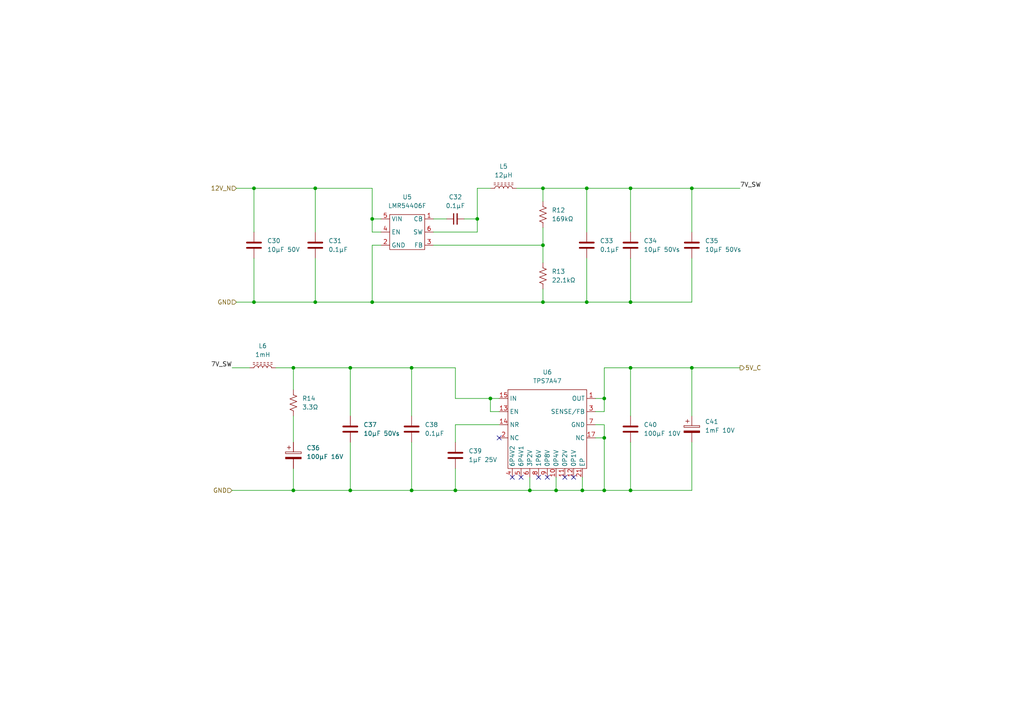
<source format=kicad_sch>
(kicad_sch (version 20231120) (generator "eeschema") (generator_version "8.0")
  (paper "A4")
  (lib_symbols
    (symbol "BW_Active:LMR54406"
      (property "Reference" "U" (at 0 8.382 0))
      (property "Value" "LMR54406" (at 0 6.35 0))
      (symbol "LMR54406_0_0"
        (pin passive line (at 7.62 3.81 180) (length 2.54) (name "CB") (number "1"))
        (pin power_in line (at -7.62 -3.81 0) (length 2.54) (name "GND") (number "2"))
        (pin passive line (at 7.62 -3.81 180) (length 2.54) (name "FB") (number "3"))
        (pin input line (at -7.62 0 0) (length 2.54) (name "EN") (number "4"))
        (pin power_in line (at -7.62 3.81 0) (length 2.54) (name "VIN") (number "5"))
        (pin passive line (at 7.62 0 180) (length 2.54) (name "SW") (number "6"))
      )
      (symbol "LMR54406_0_1"
        (polyline (pts (xy -5.08 5.08) (xy -5.08 -5.08) (xy 5.08 -5.08) (xy 5.08 5.08) (xy -5.08 5.08)))
      )
    )
    (symbol "BW_Active:TPS7A47"
      (property "Reference" "U" (at 0 14.732 0))
      (property "Value" "TPS7A47" (at 0 12.7 0))
      (symbol "TPS7A47_0_0"
        (pin power_out line (at 13.97 8.89 180) (length 2.54) (name "OUT") (number "1"))
        (pin passive line (at 2.54 -13.97 90) (length 2.54) (name "0P4V") (number "10"))
        (pin passive line (at 5.08 -13.97 90) (length 2.54) (name "0P2V") (number "11"))
        (pin passive line (at 7.62 -13.97 90) (length 2.54) (name "0P1V") (number "12"))
        (pin input line (at -13.97 5.08 0) (length 2.54) (name "EN") (number "13"))
        (pin passive line (at -13.97 1.27 0) (length 2.54) (name "NR") (number "14"))
        (pin power_in line (at -13.97 8.89 0) (length 2.54) (name "IN") (number "15"))
        (pin passive line (at -13.97 8.89 0) (length 2.54) hide (name "IN") (number "16"))
        (pin free line (at 13.97 -2.54 180) (length 2.54) (name "NC") (number "17"))
        (pin free line (at 13.97 -2.54 180) (length 2.54) hide (name "NC") (number "18"))
        (pin free line (at 13.97 -2.54 180) (length 2.54) hide (name "NC") (number "19"))
        (pin free line (at -13.97 -2.54 0) (length 2.54) (name "NC") (number "2"))
        (pin passive line (at 13.97 8.89 180) (length 2.54) hide (name "OUT") (number "20"))
        (pin passive line (at 10.16 -13.97 90) (length 2.54) (name "EP") (number "21"))
        (pin passive line (at 13.97 5.08 180) (length 2.54) (name "SENSE/FB") (number "3"))
        (pin passive line (at -10.16 -13.97 90) (length 2.54) (name "6P4V2") (number "4"))
        (pin passive line (at -7.62 -13.97 90) (length 2.54) (name "6P4V1") (number "5"))
        (pin passive line (at -5.08 -13.97 90) (length 2.54) (name "3P2V") (number "6"))
        (pin passive line (at 13.97 1.27 180) (length 2.54) (name "GND") (number "7"))
        (pin passive line (at -2.54 -13.97 90) (length 2.54) (name "1P6V") (number "8"))
        (pin passive line (at 0 -13.97 90) (length 2.54) (name "0P8V") (number "9"))
      )
      (symbol "TPS7A47_0_1"
        (polyline (pts (xy -11.43 11.43) (xy -11.43 -11.43) (xy 11.43 -11.43) (xy 11.43 11.43) (xy -11.43 11.43)))
      )
    )
    (symbol "Device:C" (pin_numbers hide) (pin_names (offset 0.254))
      (property "Reference" "C" (at 0.635 2.54 0))
      (property "Value" "C" (at 0.635 -2.54 0))
      (symbol "C_0_1"
        (polyline (pts (xy -2.032 -0.762) (xy 2.032 -0.762)) (stroke (width 0.508)))
        (polyline (pts (xy -2.032 0.762) (xy 2.032 0.762)) (stroke (width 0.508)))
      )
      (symbol "C_1_1"
        (pin passive line (at 0 3.81 270) (length 2.794) (name "~") (number "1"))
        (pin passive line (at 0 -3.81 90) (length 2.794) (name "~") (number "2"))
      )
    )
    (symbol "Device:C_Polarized" (pin_numbers hide) (pin_names (offset 0.254))
      (property "Reference" "C" (at 0.635 2.54 0))
      (property "Value" "C_Polarized" (at 0.635 -2.54 0))
      (symbol "C_Polarized_0_1"
        (rectangle (start -2.286 0.508) (end 2.286 1.016))
        (polyline (pts (xy -1.778 2.286) (xy -0.762 2.286)))
        (polyline (pts (xy -1.27 2.794) (xy -1.27 1.778)))
        (rectangle (start 2.286 -0.508) (end -2.286 -1.016) (fill (type outline)))
      )
      (symbol "C_Polarized_1_1"
        (pin passive line (at 0 3.81 270) (length 2.794) (name "~") (number "1"))
        (pin passive line (at 0 -3.81 90) (length 2.794) (name "~") (number "2"))
      )
    )
    (symbol "Device:C_Small" (pin_numbers hide) (pin_names (offset 0.254) hide)
      (property "Reference" "C" (at 0.254 1.778 0))
      (property "Value" "C_Small" (at 0.254 -2.032 0))
      (symbol "C_Small_0_1"
        (polyline (pts (xy -1.524 -0.508) (xy 1.524 -0.508)) (stroke (width 0.3302)))
        (polyline (pts (xy -1.524 0.508) (xy 1.524 0.508)) (stroke (width 0.3048)))
      )
      (symbol "C_Small_1_1"
        (pin passive line (at 0 2.54 270) (length 2.032) (name "~") (number "1"))
        (pin passive line (at 0 -2.54 90) (length 2.032) (name "~") (number "2"))
      )
    )
    (symbol "Device:L_Ferrite" (pin_numbers hide) (pin_names (offset 1.016) hide)
      (property "Reference" "L" (at -1.27 0 90))
      (property "Value" "L_Ferrite" (at 2.794 0 90))
      (symbol "L_Ferrite_0_1"
        (arc (start 0 -2.54) (mid 0.6323 -1.905) (end 0 -1.27))
        (arc (start 0 -1.27) (mid 0.6323 -0.635) (end 0 0))
        (polyline (pts (xy 1.016 -2.794) (xy 1.016 -2.286)))
        (polyline (pts (xy 1.016 -1.778) (xy 1.016 -1.27)))
        (polyline (pts (xy 1.016 -0.762) (xy 1.016 -0.254)))
        (polyline (pts (xy 1.016 0.254) (xy 1.016 0.762)))
        (polyline (pts (xy 1.016 1.27) (xy 1.016 1.778)))
        (polyline (pts (xy 1.016 2.286) (xy 1.016 2.794)))
        (polyline (pts (xy 1.524 -2.286) (xy 1.524 -2.794)))
        (polyline (pts (xy 1.524 -1.27) (xy 1.524 -1.778)))
        (polyline (pts (xy 1.524 -0.254) (xy 1.524 -0.762)))
        (polyline (pts (xy 1.524 0.762) (xy 1.524 0.254)))
        (polyline (pts (xy 1.524 1.778) (xy 1.524 1.27)))
        (polyline (pts (xy 1.524 2.794) (xy 1.524 2.286)))
        (arc (start 0 0) (mid 0.6323 0.635) (end 0 1.27))
        (arc (start 0 1.27) (mid 0.6323 1.905) (end 0 2.54))
      )
      (symbol "L_Ferrite_1_1"
        (pin passive line (at 0 3.81 270) (length 1.27) (name "1") (number "1"))
        (pin passive line (at 0 -3.81 90) (length 1.27) (name "2") (number "2"))
      )
    )
    (symbol "Device:R_US" (pin_numbers hide) (pin_names (offset 0))
      (property "Reference" "R" (at 2.54 0 90))
      (property "Value" "R_US" (at -2.54 0 90))
      (symbol "R_US_0_1"
        (polyline (pts (xy 0 -2.286) (xy 0 -2.54)))
        (polyline (pts (xy 0 2.286) (xy 0 2.54)))
        (polyline (pts (xy 0 -0.762) (xy 1.016 -1.143) (xy 0 -1.524) (xy -1.016 -1.905) (xy 0 -2.286)))
        (polyline (pts (xy 0 0.762) (xy 1.016 0.381) (xy 0 0) (xy -1.016 -0.381) (xy 0 -0.762)))
        (polyline (pts (xy 0 2.286) (xy 1.016 1.905) (xy 0 1.524) (xy -1.016 1.143) (xy 0 0.762)))
      )
      (symbol "R_US_1_1"
        (pin passive line (at 0 3.81 270) (length 1.27) (name "~") (number "1"))
        (pin passive line (at 0 -3.81 90) (length 1.27) (name "~") (number "2"))
      )
    )
  )
  (junction (at 107.95 63.5))
  (junction (at 175.26 115.57))
  (junction (at 170.18 54.61))
  (junction (at 200.66 106.68))
  (junction (at 182.88 54.61))
  (junction (at 101.6 106.68))
  (junction (at 170.18 87.63))
  (junction (at 168.91 142.24))
  (junction (at 175.26 142.24))
  (junction (at 91.44 87.63))
  (junction (at 182.88 87.63))
  (junction (at 153.67 142.24))
  (junction (at 73.66 87.63))
  (junction (at 200.66 54.61))
  (junction (at 119.38 142.24))
  (junction (at 182.88 142.24))
  (junction (at 107.95 87.63))
  (junction (at 142.24 115.57))
  (junction (at 119.38 106.68))
  (junction (at 132.08 142.24))
  (junction (at 157.48 54.61))
  (junction (at 157.48 71.12))
  (junction (at 85.09 142.24))
  (junction (at 182.88 106.68))
  (junction (at 85.09 106.68))
  (junction (at 161.29 142.24))
  (junction (at 101.6 142.24))
  (junction (at 157.48 87.63))
  (junction (at 138.43 63.5))
  (junction (at 73.66 54.61))
  (junction (at 91.44 54.61))
  (junction (at 175.26 127))
  (no_connect (at 144.78 127))
  (no_connect (at 158.75 138.43))
  (no_connect (at 151.13 138.43))
  (no_connect (at 166.37 138.43))
  (no_connect (at 156.21 138.43))
  (no_connect (at 148.59 138.43))
  (no_connect (at 163.83 138.43))
  (wire (pts (xy 91.44 54.61) (xy 107.95 54.61)))
  (wire (pts (xy 101.6 106.68) (xy 101.6 120.65)))
  (wire (pts (xy 153.67 138.43) (xy 153.67 142.24)))
  (wire (pts (xy 182.88 54.61) (xy 182.88 67.31)))
  (wire (pts (xy 101.6 128.27) (xy 101.6 142.24)))
  (wire (pts (xy 175.26 127) (xy 175.26 142.24)))
  (wire (pts (xy 107.95 87.63) (xy 91.44 87.63)))
  (wire (pts (xy 132.08 142.24) (xy 153.67 142.24)))
  (wire (pts (xy 67.31 142.24) (xy 85.09 142.24)))
  (wire (pts (xy 200.66 128.27) (xy 200.66 142.24)))
  (wire (pts (xy 182.88 54.61) (xy 200.66 54.61)))
  (wire (pts (xy 142.24 115.57) (xy 132.08 115.57)))
  (wire (pts (xy 157.48 58.42) (xy 157.48 54.61)))
  (wire (pts (xy 200.66 106.68) (xy 182.88 106.68)))
  (wire (pts (xy 144.78 123.19) (xy 132.08 123.19)))
  (wire (pts (xy 170.18 74.93) (xy 170.18 87.63)))
  (wire (pts (xy 110.49 67.31) (xy 107.95 67.31)))
  (wire (pts (xy 107.95 54.61) (xy 107.95 63.5)))
  (wire (pts (xy 73.66 54.61) (xy 73.66 67.31)))
  (wire (pts (xy 170.18 54.61) (xy 157.48 54.61)))
  (wire (pts (xy 200.66 67.31) (xy 200.66 54.61)))
  (wire (pts (xy 200.66 87.63) (xy 182.88 87.63)))
  (wire (pts (xy 182.88 106.68) (xy 175.26 106.68)))
  (wire (pts (xy 73.66 74.93) (xy 73.66 87.63)))
  (wire (pts (xy 101.6 106.68) (xy 119.38 106.68)))
  (wire (pts (xy 107.95 67.31) (xy 107.95 63.5)))
  (wire (pts (xy 200.66 74.93) (xy 200.66 87.63)))
  (wire (pts (xy 182.88 74.93) (xy 182.88 87.63)))
  (wire (pts (xy 182.88 54.61) (xy 170.18 54.61)))
  (wire (pts (xy 161.29 142.24) (xy 168.91 142.24)))
  (wire (pts (xy 125.73 67.31) (xy 138.43 67.31)))
  (wire (pts (xy 91.44 87.63) (xy 73.66 87.63)))
  (wire (pts (xy 125.73 71.12) (xy 157.48 71.12)))
  (wire (pts (xy 132.08 135.89) (xy 132.08 142.24)))
  (wire (pts (xy 161.29 138.43) (xy 161.29 142.24)))
  (wire (pts (xy 132.08 115.57) (xy 132.08 106.68)))
  (wire (pts (xy 170.18 67.31) (xy 170.18 54.61)))
  (wire (pts (xy 68.58 54.61) (xy 73.66 54.61)))
  (wire (pts (xy 85.09 106.68) (xy 101.6 106.68)))
  (wire (pts (xy 157.48 71.12) (xy 157.48 66.04)))
  (wire (pts (xy 175.26 106.68) (xy 175.26 115.57)))
  (wire (pts (xy 132.08 106.68) (xy 119.38 106.68)))
  (wire (pts (xy 119.38 128.27) (xy 119.38 142.24)))
  (wire (pts (xy 157.48 87.63) (xy 107.95 87.63)))
  (wire (pts (xy 85.09 135.89) (xy 85.09 142.24)))
  (wire (pts (xy 153.67 142.24) (xy 161.29 142.24)))
  (wire (pts (xy 91.44 54.61) (xy 91.44 67.31)))
  (wire (pts (xy 73.66 54.61) (xy 91.44 54.61)))
  (wire (pts (xy 91.44 74.93) (xy 91.44 87.63)))
  (wire (pts (xy 168.91 138.43) (xy 168.91 142.24)))
  (wire (pts (xy 138.43 67.31) (xy 138.43 63.5)))
  (wire (pts (xy 182.88 128.27) (xy 182.88 142.24)))
  (wire (pts (xy 144.78 115.57) (xy 142.24 115.57)))
  (wire (pts (xy 175.26 119.38) (xy 175.26 115.57)))
  (wire (pts (xy 157.48 71.12) (xy 157.48 76.2)))
  (wire (pts (xy 142.24 115.57) (xy 142.24 119.38)))
  (wire (pts (xy 144.78 119.38) (xy 142.24 119.38)))
  (wire (pts (xy 80.01 106.68) (xy 85.09 106.68)))
  (wire (pts (xy 175.26 142.24) (xy 168.91 142.24)))
  (wire (pts (xy 67.31 106.68) (xy 72.39 106.68)))
  (wire (pts (xy 85.09 120.65) (xy 85.09 128.27)))
  (wire (pts (xy 119.38 142.24) (xy 101.6 142.24)))
  (wire (pts (xy 134.62 63.5) (xy 138.43 63.5)))
  (wire (pts (xy 200.66 142.24) (xy 182.88 142.24)))
  (wire (pts (xy 132.08 123.19) (xy 132.08 128.27)))
  (wire (pts (xy 182.88 142.24) (xy 175.26 142.24)))
  (wire (pts (xy 101.6 142.24) (xy 85.09 142.24)))
  (wire (pts (xy 175.26 123.19) (xy 175.26 127)))
  (wire (pts (xy 119.38 106.68) (xy 119.38 120.65)))
  (wire (pts (xy 125.73 63.5) (xy 129.54 63.5)))
  (wire (pts (xy 107.95 63.5) (xy 110.49 63.5)))
  (wire (pts (xy 170.18 87.63) (xy 157.48 87.63)))
  (wire (pts (xy 73.66 87.63) (xy 68.58 87.63)))
  (wire (pts (xy 138.43 54.61) (xy 142.24 54.61)))
  (wire (pts (xy 200.66 106.68) (xy 214.63 106.68)))
  (wire (pts (xy 132.08 142.24) (xy 119.38 142.24)))
  (wire (pts (xy 172.72 119.38) (xy 175.26 119.38)))
  (wire (pts (xy 172.72 127) (xy 175.26 127)))
  (wire (pts (xy 138.43 63.5) (xy 138.43 54.61)))
  (wire (pts (xy 200.66 54.61) (xy 214.63 54.61)))
  (wire (pts (xy 182.88 87.63) (xy 170.18 87.63)))
  (wire (pts (xy 175.26 115.57) (xy 172.72 115.57)))
  (wire (pts (xy 110.49 71.12) (xy 107.95 71.12)))
  (wire (pts (xy 107.95 71.12) (xy 107.95 87.63)))
  (wire (pts (xy 182.88 106.68) (xy 182.88 120.65)))
  (wire (pts (xy 157.48 83.82) (xy 157.48 87.63)))
  (wire (pts (xy 172.72 123.19) (xy 175.26 123.19)))
  (wire (pts (xy 157.48 54.61) (xy 149.86 54.61)))
  (wire (pts (xy 85.09 106.68) (xy 85.09 113.03)))
  (wire (pts (xy 200.66 106.68) (xy 200.66 120.65)))
  (label "7V_SW" (at 67.31 106.68 180))
  (label "7V_SW" (at 214.63 54.61 0))
  (hierarchical_label "GND" (shape input) (at 68.58 87.63 180))
  (hierarchical_label "12V_N" (shape input) (at 68.58 54.61 180))
  (hierarchical_label "GND" (shape input) (at 67.31 142.24 180))
  (hierarchical_label "5V_C" (shape output) (at 214.63 106.68 0))
  (symbol (lib_id "Device:C") (at 200.66 71.12 0) (unit 1)
    (property "Reference" "C35" (at 204.47 69.8499 0) (effects (justify left)))
    (property "Value" "10µF 50Vs" (at 204.47 72.3899 0) (effects (justify left)))
    (property "Footprint" "Capacitor_SMD:C_0805_2012Metric" (effects (hide yes)))
    (property "Description" "Unpolarized capacitor" (effects (hide yes)))
  )
  (symbol (lib_id "Device:L_Ferrite") (at 146.05 54.61 90) (unit 1)
    (property "Reference" "L5" (at 146.05 48.26 90))
    (property "Value" "12µH" (at 146.05 50.8 90))
    (property "Footprint" "BW_PassiveMechanical:L_Bourns_SRR4528A" (effects (hide yes)))
    (property "Description" "Inductor with ferrite core" (effects (hide yes)))
  )
  (symbol (lib_id "Device:C") (at 182.88 71.12 0) (unit 1)
    (property "Reference" "C34" (at 186.69 69.8499 0) (effects (justify left)))
    (property "Value" "10µF 50Vs" (at 186.69 72.3899 0) (effects (justify left)))
    (property "Footprint" "Capacitor_SMD:C_0805_2012Metric" (effects (hide yes)))
    (property "Description" "Unpolarized capacitor" (effects (hide yes)))
  )
  (symbol (lib_id "Device:L_Ferrite") (at 76.2 106.68 90) (unit 1)
    (property "Reference" "L6" (at 76.2 100.33 90))
    (property "Value" "1mH" (at 76.2 102.87 90))
    (property "Footprint" "BW_PassiveMechanical:L_Coilcraft_MSS7348-XXX-fixed" (effects (hide yes)))
    (property "Description" "Inductor with ferrite core" (effects (hide yes)))
  )
  (symbol (lib_id "Device:C") (at 182.88 124.46 0) (unit 1)
    (property "Reference" "C40" (at 186.69 123.1899 0) (effects (justify left)))
    (property "Value" "100µF 10V" (at 186.69 125.7299 0) (effects (justify left)))
    (property "Footprint" "Capacitor_SMD:C_1210_3225Metric" (effects (hide yes)))
    (property "Description" "Unpolarized capacitor" (effects (hide yes)))
  )
  (symbol (lib_id "Device:C") (at 73.66 71.12 0) (unit 1)
    (property "Reference" "C30" (at 77.47 69.8499 0) (effects (justify left)))
    (property "Value" "10µF 50V" (at 77.47 72.3899 0) (effects (justify left)))
    (property "Footprint" "Capacitor_SMD:C_1206_3216Metric" (effects (hide yes)))
    (property "Description" "Unpolarized capacitor" (effects (hide yes)))
  )
  (symbol (lib_id "Device:C_Polarized") (at 85.09 132.08 0) (unit 1)
    (property "Reference" "C36" (at 88.9 129.9209 0) (effects (justify left)))
    (property "Value" "100µF 16V" (at 88.9 132.4609 0) (effects (justify left)))
    (property "Footprint" "Capacitor_THT:CP_Radial_D5.0mm_P2.00mm" (effects (hide yes)))
    (property "Description" "Polarized capacitor" (effects (hide yes)))
  )
  (symbol (lib_id "Device:R_US") (at 85.09 116.84 0) (unit 1)
    (property "Reference" "R14" (at 87.63 115.5699 0) (effects (justify left)))
    (property "Value" "3.3Ω" (at 87.63 118.1099 0) (effects (justify left)))
    (property "Footprint" "Resistor_SMD:R_0805_2012Metric" (effects (hide yes)))
    (property "Description" "Resistor, US symbol" (effects (hide yes)))
  )
  (symbol (lib_id "BW_Active:LMR54406") (at 118.11 67.31 0) (unit 1)
    (property "Reference" "U5" (at 118.11 57.15 0))
    (property "Value" "LMR54406F" (at 118.11 59.69 0))
    (property "Footprint" "Package_TO_SOT_SMD:SOT-23-6" (effects (hide yes)))
    (property "Datasheet" "https://www.ti.com/lit/ds/symlink/lmr54406.pdf" (effects (hide yes)))
    (property "Description" "Simple 0.6A Buck Converter" (effects (hide yes)))
  )
  (symbol (lib_id "Device:C") (at 170.18 71.12 0) (unit 1)
    (property "Reference" "C33" (at 173.99 69.8499 0) (effects (justify left)))
    (property "Value" "0.1µF" (at 173.99 72.3899 0) (effects (justify left)))
    (property "Footprint" "Capacitor_SMD:C_0603_1608Metric" (effects (hide yes)))
    (property "Description" "Unpolarized capacitor" (effects (hide yes)))
  )
  (symbol (lib_id "Device:C") (at 132.08 132.08 0) (unit 1)
    (property "Reference" "C39" (at 135.89 130.8099 0) (effects (justify left)))
    (property "Value" "1µF 25V" (at 135.89 133.3499 0) (effects (justify left)))
    (property "Footprint" "Capacitor_SMD:C_0603_1608Metric" (effects (hide yes)))
    (property "Description" "Unpolarized capacitor" (effects (hide yes)))
  )
  (symbol (lib_id "Device:C") (at 101.6 124.46 0) (unit 1)
    (property "Reference" "C37" (at 105.41 123.1899 0) (effects (justify left)))
    (property "Value" "10µF 50Vs" (at 105.41 125.7299 0) (effects (justify left)))
    (property "Footprint" "Capacitor_SMD:C_0805_2012Metric" (effects (hide yes)))
    (property "Description" "Unpolarized capacitor" (effects (hide yes)))
  )
  (symbol (lib_id "BW_Active:TPS7A47") (at 158.75 124.46 0) (unit 1)
    (property "Reference" "U6" (at 158.75 107.95 0))
    (property "Value" "TPS7A47" (at 158.75 110.49 0))
    (property "Footprint" "Package_DFN_QFN:Texas_RGW0020A_VQFN-20-1EP_5x5mm_P0.65mm_EP3.15x3.15mm" (effects (hide yes)))
    (property "Datasheet" "https://www.ti.com/lit/ds/symlink/tps7a47.pdf" (effects (hide yes)))
    (property "Description" "1A Ultra-low-noise LDO" (effects (hide yes)))
  )
  (symbol (lib_id "Device:R_US") (at 157.48 80.01 0) (unit 1)
    (property "Reference" "R13" (at 160.02 78.7399 0) (effects (justify left)))
    (property "Value" "22.1kΩ" (at 160.02 81.2799 0) (effects (justify left)))
    (property "Footprint" "Resistor_SMD:R_0603_1608Metric" (effects (hide yes)))
    (property "Description" "Resistor, US symbol" (effects (hide yes)))
  )
  (symbol (lib_id "Device:R_US") (at 157.48 62.23 0) (unit 1)
    (property "Reference" "R12" (at 160.02 60.9599 0) (effects (justify left)))
    (property "Value" "169kΩ" (at 160.02 63.4999 0) (effects (justify left)))
    (property "Footprint" "Resistor_SMD:R_0603_1608Metric" (effects (hide yes)))
    (property "Description" "Resistor, US symbol" (effects (hide yes)))
  )
  (symbol (lib_id "Device:C_Polarized") (at 200.66 124.46 0) (unit 1)
    (property "Reference" "C41" (at 204.47 122.3009 0) (effects (justify left)))
    (property "Value" "1mF 10V" (at 204.47 124.8409 0) (effects (justify left)))
    (property "Footprint" "Capacitor_THT:CP_Radial_D8.0mm_P3.50mm" (effects (hide yes)))
    (property "Description" "Polarized capacitor" (effects (hide yes)))
  )
  (symbol (lib_id "Device:C") (at 91.44 71.12 0) (unit 1)
    (property "Reference" "C31" (at 95.25 69.8499 0) (effects (justify left)))
    (property "Value" "0.1µF" (at 95.25 72.3899 0) (effects (justify left)))
    (property "Footprint" "Capacitor_SMD:C_0603_1608Metric" (effects (hide yes)))
    (property "Description" "Unpolarized capacitor" (effects (hide yes)))
  )
  (symbol (lib_id "Device:C") (at 119.38 124.46 0) (unit 1)
    (property "Reference" "C38" (at 123.19 123.1899 0) (effects (justify left)))
    (property "Value" "0.1µF" (at 123.19 125.7299 0) (effects (justify left)))
    (property "Footprint" "Capacitor_SMD:C_0603_1608Metric" (effects (hide yes)))
    (property "Description" "Unpolarized capacitor" (effects (hide yes)))
  )
  (symbol (lib_id "Device:C_Small") (at 132.08 63.5 90) (unit 1)
    (property "Reference" "C32" (at 132.0863 57.15 90))
    (property "Value" "0.1µF" (at 132.0863 59.69 90))
    (property "Footprint" "Capacitor_SMD:C_0603_1608Metric" (effects (hide yes)))
    (property "Description" "Unpolarized capacitor, small symbol" (effects (hide yes)))
  )
)
</source>
